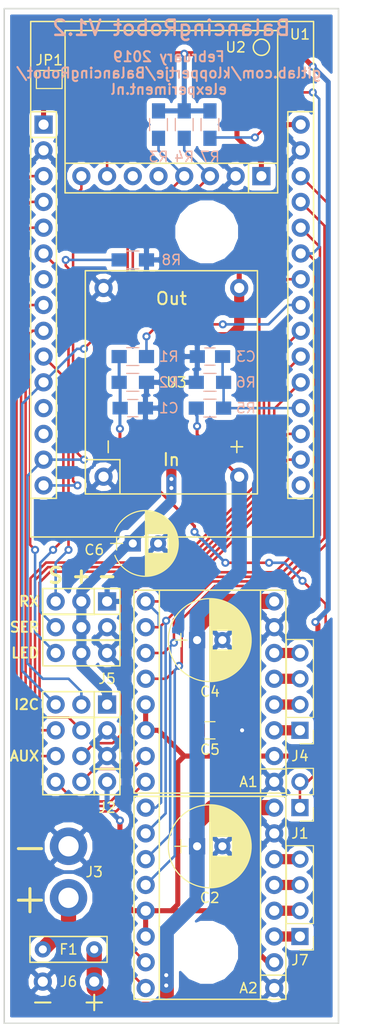
<source format=kicad_pcb>
(kicad_pcb (version 20240108) (generator "pcbnew") (generator_version "8.0")
  (layers (0 "F.Cu" signal) (31 "B.Cu" signal) (34 "B.Paste" user) (35 "F.Paste" user) (36 "B.SilkS" user "B.Silkscreen") (37 "F.SilkS" user "F.Silkscreen") (38 "B.Mask" user) (39 "F.Mask" user) (44 "Edge.Cuts" user))
  (net 0 "")
  (net 1 "GND")
  (net 2 "Net-(C1-Pad1)")
  (net 3 "+24V")
  (net 4 "/BATT_VOLT")
  (net 5 "VCC")
  (net 6 "/LED_DATA")
  (net 7 "Net-(A1-Pad6)")
  (net 8 "Net-(A1-Pad5)")
  (net 9 "Net-(A1-Pad3)")
  (net 10 "Net-(A1-Pad4)")
  (net 11 "/IBUS_RX")
  (net 12 "/SERVO_PWM")
  (net 13 "Net-(A2-Pad4)")
  (net 14 "Net-(A2-Pad3)")
  (net 15 "Net-(A2-Pad5)")
  (net 16 "Net-(A2-Pad6)")
  (net 17 "Net-(JP1-Pad2)")
  (net 18 "/DAC1")
  (net 19 "/IMU_SDA")
  (net 20 "/IMU_SCL")
  (net 21 "/motAStp")
  (net 22 "/motADir")
  (net 23 "/motBStp")
  (net 24 "Net-(U1-Pad7)")
  (net 25 "/motBDir")
  (net 26 "Net-(U1-Pad12)")
  (net 27 "Net-(U1-Pad13)")
  (net 28 "/IMU_INT")
  (net 29 "Net-(U1-Pad16)")
  (net 30 "/uStep2")
  (net 31 "/uStep1")
  (net 32 "/uStep0")
  (net 33 "/motEn")
  (net 34 "+5V")
  (net 35 "Net-(U2-Pad5)")
  (net 36 "Net-(U2-Pad6)")
  (net 37 "Net-(F1-Pad2)")
  (net 38 "/AUX1")
  (net 39 "/AUX2")
  (net 40 "/AUX3")
  (net 41 "/AUX4")
  (net 42 "/AUX5")
  (net 43 "/AUX6")
  (footprint "Socket_Strips:Socket_Strip_Straight_1x04_Pitch2.54mm" (layer "F.Cu") (at 120.65 124.46 180)
    (property "Reference" "J7")
    (property "Value" "Conn_01x04_Female")
  )
  (footprint "mylib:buck-converter-adj" (layer "F.Cu") (at 107.95 69.85 90)
    (property "Reference" "U3")
    (property "Value" "buckConverter-adj")
  )
  (footprint "Connectors:GS2" (layer "F.Cu") (at 95.885 40.005 90)
    (property "Reference" "JP1")
    (property "Value" "Jumper")
  )
  (footprint "Capacitors_THT:CP_Radial_D8.0mm_P2.50mm" (layer "F.Cu") (at 110.49 95.25)
    (property "Reference" "C4")
    (property "Value" "100u")
  )
  (footprint "Capacitors_THT:CP_Radial_D8.0mm_P2.50mm" (layer "F.Cu") (at 110.49 115.57)
    (property "Reference" "C2")
    (property "Value" "100u")
  )
  (footprint "mylib:MPU6050-breakout-angledHeader" (layer "F.Cu") (at 107.95 43.18 -90)
    (property "Reference" "U2")
    (property "Value" "MPU6050-breakout" (hide yes))
  )
  (footprint "Mounting_Holes:MountingHole_3.2mm_M3_DIN965" (layer "F.Cu") (at 111.44 126.02)
    (property "Reference" "REF**" (hide yes))
    (property "Value" "MountingHole_3.2mm_M3_DIN965")
  )
  (footprint "mylib:DRV8825-breakout" (layer "F.Cu") (at 111.76 100.33 180)
    (property "Reference" "A1")
    (property "Value" "Pololu_Breakout_DRV8825")
  )
  (footprint "mylib:DRV8825-breakout" (layer "F.Cu") (at 111.76 120.65 180)
    (property "Reference" "A2")
    (property "Value" "Pololu_Breakout_DRV8825")
  )
  (footprint "mylib:ESP32-devkit-30p" (layer "F.Cu") (at 108.025001 62.23)
    (property "Reference" "U1")
    (property "Value" "ESP32-devKit")
  )
  (footprint "Mounting_Holes:MountingHole_3.2mm_M3_DIN965" (layer "F.Cu") (at 111.44 55.02)
    (property "Reference" "REF**" (hide yes))
    (property "Value" "MountingHole_3.2mm_M3_DIN965")
  )
  (footprint "mylib:pinHeader_3x4" (layer "F.Cu") (at 99.06 105.41 -90)
    (property "Reference" "J2")
    (property "Value" "conn_3x4" (hide yes))
  )
  (footprint "Socket_Strips:Socket_Strip_Straight_1x02_Pitch2.54mm" (layer "F.Cu") (at 120.65 111.76 180)
    (property "Reference" "J1")
    (property "Value" "Conn_01x02_Female")
  )
  (footprint "Capacitors_SMD:C_0805_HandSoldering" (layer "F.Cu") (at 111.76 104.14)
    (property "Reference" "C5")
    (property "Value" "100n")
  )
  (footprint "mylib:pinHeader_3x3" (layer "F.Cu") (at 99.06 93.98 -90)
    (property "Reference" "J5")
    (property "Value" "conn_3x3" (hide yes))
  )
  (footprint "Socket_Strips:Socket_Strip_Straight_1x04_Pitch2.54mm" (layer "F.Cu") (at 120.65 104.14 180)
    (property "Reference" "J4")
    (property "Value" "Conn_01x04_Female")
  )
  (footprint "Capacitors_THT:CP_Radial_D6.3mm_P2.50mm" (layer "F.Cu") (at 104.14 85.725)
    (property "Reference" "C6")
    (property "Value" "470u")
  )
  (footprint "mylib:pinHeader_2x1_5.08mm" (layer "F.Cu") (at 97.79 128.905 180)
    (property "Reference" "J6")
    (property "Value" "Conn_01x02_Male")
  )
  (footprint "mylib:polyfuse-5.08mm" (layer "F.Cu") (at 97.79 125.73 180)
    (property "Reference" "F1")
    (property "Value" "Polyfuse" (hide yes))
  )
  (footprint "mylib:wirePad-2x-2mm" (layer "F.Cu") (at 97.79 118.11 90)
    (property "Reference" "J3")
    (property "Value" "Conn_01x02_Male" (hide yes))
  )
  (footprint "Capacitors_SMD:C_0805_HandSoldering" (layer "B.Cu") (at 104.14 72.39)
    (property "Reference" "C1")
    (property "Value" "1u")
  )
  (footprint "Capacitors_SMD:C_0805_HandSoldering" (layer "B.Cu") (at 111.76 67.31 180)
    (property "Reference" "C3")
    (property "Value" "1u")
  )
  (footprint "Resistors_SMD:R_0805_HandSoldering" (layer "B.Cu") (at 109.22 44.45 -90)
    (property "Reference" "R4")
    (property "Value" "3k3")
  )
  (footprint "Resistors_SMD:R_0805_HandSoldering" (layer "B.Cu") (at 111.76 69.85 180)
    (property "Reference" "R6")
    (property "Value" "3k3")
  )
  (footprint "Resistors_SMD:R_0805_HandSoldering" (layer "B.Cu") (at 104.14 69.85)
    (property "Reference" "R2")
    (property "Value" "3k3")
  )
  (footprint "Resistors_SMD:R_0805_HandSoldering" (layer "B.Cu") (at 104.14 67.31 180)
    (property "Reference" "R1")
    (property "Value" "3k3")
  )
  (footprint "Resistors_SMD:R_0805_HandSoldering" (layer "B.Cu") (at 111.76 72.39)
    (property "Reference" "R5")
    (property "Value" "100k")
  )
  (footprint "Resistors_SMD:R_0805_HandSoldering" (layer "B.Cu") (at 106.68 44.45 -90)
    (property "Reference" "R3")
    (property "Value" "3k3")
  )
  (footprint "Resistors_SMD:R_0805_HandSoldering" (layer "B.Cu") (at 111.76 44.45 -90)
    (property "Reference" "R7")
    (property "Value" "3k3")
  )
  (footprint "Resistors_SMD:R_0805_HandSoldering" (layer "B.Cu") (at 104.14 57.785)
    (property "Reference" "R8")
    (property "Value" "100k")
  )
  (gr_line (start 102.87 95.25) (end 95.25 95.25) (stroke (width 0.2)) (layer "F.SilkS"))
  (gr_line (start 95.25 102.87) (end 100.33 102.87) (stroke (width 0.2)) (layer "F.SilkS"))
  (gr_line (start 100.33 102.87) (end 100.33 110.49) (stroke (width 0.2)) (layer "F.SilkS"))
  (gr_line (start 100.33 107.95) (end 102.87 107.95) (stroke (width 0.2)) (layer "F.SilkS"))
  (gr_line (start 95.25 92.71) (end 100.33 92.71) (stroke (width 0.2)) (layer "F.SilkS"))
  (gr_line (start 91.44 33.02) (end 91.44 133.02) (stroke (width 0.15)) (layer "Edge.Cuts"))
  (gr_line (start 124.46 133.02) (end 124.46 33.02) (stroke (width 0.15)) (layer "Edge.Cuts"))
  (gr_line (start 124.46 33.02) (end 91.44 33.02) (stroke (width 0.15)) (layer "Edge.Cuts"))
  (gr_line (start 91.44 133.02) (end 124.46 133.02) (stroke (width 0.15)) (layer "Edge.Cuts"))
  (gr_text "February 2019\ngitlab.com/kloppertje/BalancingRobot/\nelexperiment.nl" (at 107.696 39.37 0) (layer "B.SilkS") (effects (font (size 1 1) (thickness 0.2)) (justify mirror)))
  (gr_text "BalancingRobot V1.2" (at 107.95 34.925 0) (layer "B.SilkS") (effects (font (size 1.5 1.5) (thickness 0.25)) (justify mirror)))
  (gr_text "S" (at 96.52 88.9 0) (layer "F.SilkS") (effects (font (size 1.5 1.5) (thickness 0.3))))
  (gr_text "-" (at 93.98 115.57 0) (layer "F.SilkS") (effects (font (size 3 3) (thickness 0.3))))
  (gr_text "-" (at 101.6 88.9 0) (layer "F.SilkS") (effects (font (size 1.5 1.5) (thickness 0.3))))
  (gr_text "SER" (at 94.996 93.98 0) (layer "F.SilkS") (effects (font (size 1 1) (thickness 0.2)) (justify right)))
  (gr_text "LED" (at 94.996 96.52 0) (layer "F.SilkS") (effects (font (size 1 1) (thickness 0.2)) (justify right)))
  (gr_text "I2C" (at 94.996 101.6 0) (layer "F.SilkS") (effects (font (size 1 1) (thickness 0.2)) (justify right)))
  (gr_text "AUX" (at 94.996 106.68 0) (layer "F.SilkS") (effects (font (size 1 1) (thickness 0.2)) (justify right)))
  (gr_text "+" (at 99.06 88.9 0) (layer "F.SilkS") (effects (font (size 1.5 1.5) (thickness 0.3))))
  (gr_text "Out" (at 107.95 61.595 0) (layer "F.SilkS") (effects (font (size 1.2 1.2) (thickness 0.2))))
  (gr_text "+" (at 100.33 130.81 0) (layer "F.SilkS") (effects (font (size 2 2) (thickness 0.2))))
  (gr_text "-" (at 95.25 130.81 0) (layer "F.SilkS") (effects (font (size 2 2) (thickness 0.2))))
  (gr_text "In" (at 107.95 77.47 0) (layer "F.SilkS") (effects (font (size 1.2 1.2) (thickness 0.2))))
  (gr_text "+" (at 93.98 120.65 0) (layer "F.SilkS") (effects (font (size 3 3) (thickness 0.3))))
  (gr_text "RX" (at 94.996 91.44 0) (layer "F.SilkS") (effects (font (size 1 1) (thickness 0.2)) (justify right)))
  (segment (start 113.01 104.14) (end 114.935 104.14) (width 0.25) (layer "F.Cu") (net 1))
  (segment (start 113.01 95.27) (end 112.99 95.25) (width 0.25) (layer "F.Cu") (net 1))
  (via (at 114.935 104.14) (size 0.8) (drill 0.4) (layers "F.Cu" "B.Cu") (net 1))
  (segment (start 113.284 87.63) (end 117.602 87.63) (width 0.25) (layer "F.Cu") (net 2))
  (segment (start 123.19 91.694) (end 123.19 107.442) (width 0.25) (layer "F.Cu") (net 2))
  (segment (start 110.236 84.582) (end 110.236 84.016315) (width 0.3) (layer "F.Cu") (net 2))
  (segment (start 123.19 107.442) (end 121.412 109.22) (width 0.25) (layer "F.Cu") (net 2))
  (segment (start 121.412 109.22) (end 120.65 109.22) (width 0.25) (layer "F.Cu") (net 2))
  (segment (start 102.87 76.650315) (end 102.87 74.422) (width 0.3) (layer "F.Cu") (net 2))
  (segment (start 110.236 84.016315) (end 102.87 76.650315) (width 0.3) (layer "F.Cu") (net 2))
  (segment (start 120.904 89.408) (end 123.19 91.694) (width 0.25) (layer "F.Cu") (net 2))
  (segment (start 120.65 111.76) (end 120.65 109.22) (width 0.25) (layer "F.Cu") (net 2))
  (via (at 113.284 87.63) (size 0.8) (drill 0.4) (layers "F.Cu" "B.Cu") (net 2))
  (via (at 117.602 87.63) (size 0.8) (drill 0.4) (layers "F.Cu" "B.Cu") (net 2))
  (via (at 102.87 74.422) (size 0.8) (drill 0.4) (layers "F.Cu" "B.Cu") (net 2))
  (via (at 120.904 89.408) (size 0.8) (drill 0.4) (layers "F.Cu" "B.Cu") (net 2))
  (via (at 110.236 84.582) (size 0.8) (drill 0.4) (layers "F.Cu" "B.Cu") (net 2))
  (segment (start 102.89 69.95) (end 102.79 69.85) (width 0.3) (layer "B.Cu") (net 2))
  (segment (start 113.284 87.63) (end 110.236 84.582) (width 0.3) (layer "B.Cu") (net 2))
  (segment (start 117.602 87.63) (end 118.11 87.63) (width 0.25) (layer "B.Cu") (net 2))
  (segment (start 120.65 89.154) (end 120.904 89.408) (width 0.25) (layer "B.Cu") (net 2))
  (segment (start 102.87 74.422) (end 102.87 72.41) (width 0.3) (layer "B.Cu") (net 2))
  (segment (start 102.89 72.39) (end 102.89 69.95) (width 0.3) (layer "B.Cu") (net 2))
  (segment (start 119.126 87.63) (end 120.65 89.154) (width 0.25) (layer "B.Cu") (net 2))
  (segment (start 102.79 69.85) (end 102.79 67.31) (width 0.3) (layer "B.Cu") (net 2))
  (segment (start 118.11 87.63) (end 119.126 87.63) (width 0.25) (layer "B.Cu") (net 2))
  (segment (start 102.87 72.41) (end 102.89 72.39) (width 0.3) (layer "B.Cu") (net 2))
  (segment (start 100.33 128.905) (end 100.33 125.73) (width 1.5) (layer "F.Cu") (net 3))
  (segment (start 102.4255 131.6355) (end 100.33 129.54) (width 1.5) (layer "F.Cu") (net 3))
  (segment (start 110.49 115.57) (end 110.49 113.27) (width 1.5) (layer "F.Cu") (net 3))
  (segment (start 100.33 129.54) (end 100.33 128.905) (width 1.5) (layer "F.Cu") (net 3))
  (segment (start 107.442 130.81) (end 106.6165 131.6355) (width 1.5) (layer "F.Cu") (net 3))
  (segment (start 110.49 113.27) (end 112 111.76) (width 1.5) (layer "F.Cu") (net 3))
  (segment (start 106.6165 131.6355) (end 102.4255 131.6355) (width 1.5) (layer "F.Cu") (net 3))
  (segment (start 113.03 91.44) (end 118.11 91.44) (width 1.5) (layer "F.Cu") (net 3))
  (segment (start 110.49 93.98) (end 113.03 91.44) (width 1.5) (layer "F.Cu") (net 3))
  (segment (start 112 111.76) (end 118.11 111.76) (width 1.5) (layer "F.Cu") (net 3))
  (segment (start 107.442 129.286) (end 107.442 130.81) (width 1.5) (layer "F.Cu") (net 3))
  (segment (start 110.49 74.99) (end 114.65 79.15) (width 0.3) (layer "F.Cu") (net 3))
  (segment (start 110.49 95.25) (end 110.49 93.98) (width 1.5) (layer "F.Cu") (net 3))
  (segment (start 110.49 74.168) (end 110.49 74.99) (width 0.3) (layer "F.Cu") (net 3))
  (via (at 110.49 74.168) (size 0.8) (drill 0.4) (layers "F.Cu" "B.Cu") (net 3))
  (via (at 107.442 129.286) (size 0.8) (drill 0.4) (layers "F.Cu" "B.Cu") (net 3))
  (via (at 107.442 128.27) (size 0.8) (drill 0.4) (layers "F.Cu" "B.Cu") (net 3))
  (segment (start 110.41 72.39) (end 110.41 73.072) (width 0.3) (layer "B.Cu") (net 3))
  (segment (start 107.442 128.27) (end 107.442 129.286) (width 1.5) (layer "B.Cu") (net 3))
  (segment (start 110.49 115.57) (end 110.49 95.25) (width 1.5) (layer "B.Cu") (net 3))
  (segment (start 110.49 120.904) (end 110.49 115.57) (width 1.5) (layer "B.Cu") (net 3))
  (segment (start 107.442 123.952) (end 110.49 120.904) (width 1.5) (layer "B.Cu") (net 3))
  (segment (start 110.49 92.71) (end 114.65 88.55) (width 1.5) (layer "B.Cu") (net 3))
  (segment (start 107.442 128.27) (end 107.442 123.952) (width 1.5) (layer "B.Cu") (net 3))
  (segment (start 110.49 95.25) (end 110.49 92.71) (width 1.5) (layer "B.Cu") (net 3))
  (segment (start 110.41 73.072) (end 110.49 73.152) (width 0.3) (layer "B.Cu") (net 3))
  (segment (start 110.49 73.152) (end 110.49 74.168) (width 0.3) (layer "B.Cu") (net 3))
  (segment (start 114.65 88.55) (end 114.65 79.15) (width 1.5) (layer "B.Cu") (net 3))
  (segment (start 113.01 67.31) (end 113.01 69.75) (width 0.25) (layer "B.Cu") (net 4))
  (segment (start 113.11 71.49) (end 113.11 69.85) (width 0.25) (layer "B.Cu") (net 4))
  (segment (start 113.11 72.39) (end 113.11 71.49) (width 0.25) (layer "B.Cu") (net 4))
  (segment (start 113.01 69.75) (end 113.11 69.85) (width 0.25) (layer "B.Cu") (net 4))
  (segment (start 113.11 72.39) (end 120.725001 72.39) (width 0.25) (layer "B.Cu") (net 4))
  (segment (start 122.428 105.664) (end 122.428 94.16699) (width 0.5) (layer "F.Cu") (net 5))
  (segment (start 118.11 106.68) (end 121.412 106.68) (width 0.5) (layer "F.Cu") (net 5))
  (segment (start 95.885 37.465) (end 109.22 37.465) (width 0.5) (layer "F.Cu") (net 5))
  (segment (start 108.585 107.315) (end 108.585 121.285) (width 0.5) (layer "F.Cu") (net 5))
  (segment (start 95.25 38.1) (end 95.885 37.465) (width 0.5) (layer "F.Cu") (net 5))
  (segment (start 116.205 125.73) (end 116.205 123.19) (width 0.5) (layer "F.Cu") (net 5))
  (segment (start 122.428 94.16699) (end 122.428 93.726) (width 0.5) (layer "F.Cu") (net 5))
  (segment (start 118.11 106.68) (end 110.49 106.68) (width 0.5) (layer "F.Cu") (net 5))
  (segment (start 105.41 104.14) (end 105.41 101.6) (width 0.5) (layer "F.Cu") (net 5))
  (segment (start 108.585 106.045) (end 108.585 106.042208) (width 0.5) (layer "F.Cu") (net 5))
  (segment (start 120.65 37.465) (end 121.92 38.735) (width 0.5) (layer "F.Cu") (net 5))
  (segment (start 116.84 48.13) (end 114.43 45.72) (width 0.5) (layer "F.Cu") (net 5))
  (segment (start 105.41 104.14) (end 106.682792 104.14) (width 0.5) (layer "F.Cu") (net 5))
  (segment (start 116.84 37.465) (end 120.65 37.465) (width 0.5) (layer "F.Cu") (net 5))
  (segment (start 102.87 120.65) (end 104.14 121.92) (width 0.5) (layer "F.Cu") (net 5))
  (segment (start 95.245 38.87) (end 95.25 38.865) (width 0.5) (layer "F.Cu") (net 5))
  (segment (start 122.428 94.16699) (end 122.428 94.742) (width 0.5) (layer "F.Cu") (net 5))
  (segment (start 110.51 106.66) (end 110.49 106.68) (width 0.5) (layer "F.Cu") (net 5))
  (segment (start 121.412 106.68) (end 122.428 105.664) (width 0.5) (layer "F.Cu") (net 5))
  (segment (start 104.14 121.92) (end 105.41 121.92) (width 0.5) (layer "F.Cu") (net 5))
  (segment (start 107.95 121.92) (end 105.41 121.92) (width 0.5) (layer "F.Cu") (net 5))
  (segment (start 114.43 45.72) (end 114.43 37.595) (width 0.5) (layer "F.Cu") (net 5))
  (segment (start 109.22 106.68) (end 108.585 107.315) (width 0.5) (layer "F.Cu") (net 5))
  (segment (start 116.84 49.53) (end 116.84 48.13) (width 0.5) (layer "F.Cu") (net 5))
  (segment (start 105.41 124.46) (end 105.41 121.92) (width 0.5) (layer "F.Cu") (net 5))
  (segment (start 110.51 104.14) (end 110.51 106.66) (width 0.5) (layer "F.Cu") (net 5))
  (segment (start 109.22 106.68) (end 108.585 106.045) (width 0.5) (layer "F.Cu") (net 5))
  (segment (start 108.585 121.285) (end 107.95 121.92) (width 0.5) (layer "F.Cu") (net 5))
  (segment (start 109.22 37.465) (end 114.3 37.465) (width 0.5) (layer "F.Cu") (net 5))
  (segment (start 110.49 106.68) (end 109.22 106.68) (width 0.5) (layer "F.Cu") (net 5))
  (segment (start 116.205 123.19) (end 114.935 121.92) (width 0.5) (layer "F.Cu") (net 5))
  (segment (start 95.245 40.005) (end 95.245 38.87) (width 0.5) (layer "F.Cu") (net 5))
  (segment (start 102.87 113.03) (end 102.87 120.65) (width 0.5) (layer "F.Cu") (net 5))
  (segment (start 118.11 127) (end 117.475 127) (width 0.5) (layer "F.Cu") (net 5))
  (segment (start 108.204 121.92) (end 107.95 121.92) (width 0.5) (layer "F.Cu") (net 5))
  (segment (start 108.585 106.042208) (end 106.682792 104.14) (width 0.5) (layer "F.Cu") (net 5))
  (segment (start 114.935 121.92) (end 108.204 121.92) (width 0.5) (layer "F.Cu") (net 5))
  (segment (start 122.428 93.726) (end 122.174 93.472) (width 0.5) (layer "F.Cu") (net 5))
  (segment (start 95.325001 40.085001) (end 95.245 40.005) (width 0.5) (layer "F.Cu") (net 5))
  (segment (start 95.25 38.865) (end 95.25 38.1) (width 0.5) (layer "F.Cu") (net 5))
  (segment (start 117.475 127) (end 116.205 125.73) (width 0.5) (layer "F.Cu") (net 5))
  (segment (start 114.43 37.595) (end 114.3 37.465) (width 0.5) (layer "F.Cu") (net 5))
  (segment (start 95.325001 44.45) (end 95.325001 40.085001) (width 0.5) (layer "F.Cu") (net 5))
  (segment (start 114.3 37.465) (end 116.84 37.465) (width 0.5) (layer "F.Cu") (net 5))
  (via (at 122.174 93.472) (size 0.8) (drill 0.4) (layers "F.Cu" "B.Cu") (net 5))
  (via (at 109.22 37.465) (size 0.8) (drill 0.4) (layers "F.Cu" "B.Cu") (net 5))
  (via (at 102.87 113.03) (size 0.8) (drill 0.4) (layers "F.Cu" "B.Cu") (net 5))
  (via (at 121.92 38.735) (size 0.8) (drill 0.4) (layers "F.Cu" "B.Cu") (net 5))
  (segment (start 101.6 109.22) (end 101.6 111.76) (width 0.5) (layer "B.Cu") (net 5))
  (segment (start 122.573999 93.072001) (end 122.174 93.472) (width 0.5) (layer "B.Cu") (net 5))
  (segment (start 109.22 43.1) (end 111.76 43.1) (width 0.5) (layer "B.Cu") (net 5))
  (segment (start 109.22 41.83) (end 109.22 37.465) (width 0.5) (layer "B.Cu") (net 5))
  (segment (start 123.444 40.259) (end 123.444 92.202) (width 0.5) (layer "B.Cu") (net 5))
  (segment (start 123.444 92.202) (end 122.573999 93.072001) (width 0.5) (layer "B.Cu") (net 5))
  (segment (start 101.6 111.76) (end 102.87 113.03) (width 0.5) (layer "B.Cu") (net 5))
  (segment (start 121.92 38.735) (end 123.444 40.259) (width 0.5) (layer "B.Cu") (net 5))
  (segment (start 109.22 41.83) (end 109.22 43.1) (width 0.5) (layer "B.Cu") (net 5))
  (segment (start 109.22 43.1) (end 106.68 43.1) (width 0.5) (layer "B.Cu") (net 5))
  (segment (start 94.00204 85.87404) (end 94.488 86.36) (width 0.25) (layer "F.Cu") (net 6))
  (segment (start 94.00204 65.00196) (end 94.00204 85.87404) (width 0.25) (layer "F.Cu") (net 6))
  (segment (start 95.325001 64.77) (end 94.234 64.77) (width 0.25) (layer "F.Cu") (net 6))
  (segment (start 94.234 64.77) (end 94.00204 65.00196) (width 0.25) (layer "F.Cu") (net 6))
  (via (at 94.488 86.36) (size 0.8) (drill 0.4) (layers "F.Cu" "B.Cu") (net 6))
  (segment (start 94.488 94.488) (end 96.52 96.52) (width 0.25) (layer "B.Cu") (net 6))
  (segment (start 94.488 86.36) (end 94.488 94.488) (width 0.25) (layer "B.Cu") (net 6))
  (segment (start 118.11 96.52) (end 120.65 96.52) (width 1) (layer "F.Cu") (net 7))
  (segment (start 118.11 99.06) (end 120.65 99.06) (width 1) (layer "F.Cu") (net 8))
  (segment (start 118.11 104.14) (end 120.65 104.14) (width 1) (layer "F.Cu") (net 9))
  (segment (start 118.11 101.6) (end 120.65 101.6) (width 1) (layer "F.Cu") (net 10))
  (segment (start 97.79 59.614999) (end 95.325001 57.15) (width 0.25) (layer "F.Cu") (net 11))
  (segment (start 97.51501 58.350685) (end 97.79 58.625675) (width 0.25) (layer "F.Cu") (net 11))
  (segment (start 97.79 86.36) (end 97.79 59.614999) (width 0.25) (layer "F.Cu") (net 11))
  (segment (start 97.51501 57.785) (end 97.51501 58.350685) (width 0.25) (layer "F.Cu") (net 11))
  (segment (start 97.79 58.625675) (end 97.79 59.614999) (width 0.25) (layer "F.Cu") (net 11))
  (via (at 97.79 86.36) (size 0.8) (drill 0.4) (layers "F.Cu" "B.Cu") (net 11))
  (via (at 97.51501 57.785) (size 0.8) (drill 0.4) (layers "F.Cu" "B.Cu") (net 11))
  (segment (start 96.52 87.63) (end 97.79 86.36) (width 0.25) (layer "B.Cu") (net 11))
  (segment (start 102.79 57.785) (end 101.79 57.785) (width 0.25) (layer "B.Cu") (net 11))
  (segment (start 101.79 57.785) (end 97.51501 57.785) (width 0.25) (layer "B.Cu") (net 11))
  (segment (start 96.52 91.44) (end 96.52 87.63) (width 0.25) (layer "B.Cu") (net 11))
  (segment (start 97.282 85.344) (end 97.282 69.266999) (width 0.25) (layer "F.Cu") (net 12))
  (segment (start 96.266 86.36) (end 97.282 85.344) (width 0.25) (layer "F.Cu") (net 12))
  (segment (start 97.282 69.266999) (end 95.325001 67.31) (width 0.25) (layer "F.Cu") (net 12))
  (via (at 96.266 86.36) (size 0.8) (drill 0.4) (layers "F.Cu" "B.Cu") (net 12))
  (segment (start 94.996 87.63) (end 96.266 86.36) (width 0.25) (layer "B.Cu") (net 12))
  (segment (start 94.996 88.080998) (end 94.996 87.884) (width 0.25) (layer "B.Cu") (net 12))
  (segment (start 96.52 93.98) (end 95.620001 93.080001) (width 0.25) (layer "B.Cu") (net 12))
  (segment (start 94.996 92.456) (end 94.996 88.080998) (width 0.25) (layer "B.Cu") (net 12))
  (segment (start 94.996 87.884) (end 94.996 87.63) (width 0.25) (layer "B.Cu") (net 12))
  (segment (start 95.620001 93.080001) (end 94.996 92.456) (width 0.25) (layer "B.Cu") (net 12))
  (segment (start 118.11 121.92) (end 120.65 121.92) (width 1) (layer "F.Cu") (net 13))
  (segment (start 118.11 124.46) (end 120.65 124.46) (width 1) (layer "F.Cu") (net 14))
  (segment (start 118.11 119.38) (end 120.65 119.38) (width 1) (layer "F.Cu") (net 15))
  (segment (start 118.11 116.84) (end 120.65 116.84) (width 1) (layer "F.Cu") (net 16))
  (segment (start 97.26 40.005) (end 101.6 44.345) (width 0.25) (layer "F.Cu") (net 17))
  (segment (start 101.6 44.345) (end 101.6 48.257208) (width 0.25) (layer "F.Cu") (net 17))
  (segment (start 96.525 40.005) (end 97.26 40.005) (width 0.25) (layer "F.Cu") (net 17))
  (segment (start 101.6 48.257208) (end 101.6 49.53) (width 0.25) (layer "F.Cu") (net 17))
  (segment (start 106.68 64.135) (end 113.03 64.135) (width 0.25) (layer "F.Cu") (net 18))
  (segment (start 105.49 65.325) (end 106.68 64.135) (width 0.25) (layer "F.Cu") (net 18))
  (via (at 113.03 64.135) (size 0.8) (drill 0.4) (layers "F.Cu" "B.Cu") (net 18))
  (via (at 105.49 65.325) (size 0.8) (drill 0.4) (layers "F.Cu" "B.Cu") (net 18))
  (segment (start 113.03 64.135) (end 117.547209 64.135) (width 0.25) (layer "B.Cu") (net 18))
  (segment (start 119.452209 62.23) (end 120.725001 62.23) (width 0.25) (layer "B.Cu") (net 18))
  (segment (start 117.547209 64.135) (end 119.452209 62.23) (width 0.25) (layer "B.Cu") (net 18))
  (segment (start 105.49 65.325) (end 105.49 67.31) (width 0.25) (layer "B.Cu") (net 18))
  (segment (start 103.632 62.23) (end 99.314 66.548) (width 0.25) (layer "F.Cu") (net 19))
  (segment (start 109.22 49.53) (end 105.918 52.832) (width 0.25) (layer "F.Cu") (net 19))
  (segment (start 103.632 55.118) (end 103.632 62.23) (width 0.25) (layer "F.Cu") (net 19))
  (segment (start 105.918 52.832) (end 103.632 55.118) (width 0.25) (layer "F.Cu") (net 19))
  (via (at 99.314 66.548) (size 0.8) (drill 0.4) (layers "F.Cu" "B.Cu") (net 19))
  (segment (start 106.68 46.99) (end 109.22 49.53) (width 0.25) (layer "B.Cu") (net 19))
  (segment (start 96.52 101.6) (end 93.218 98.298) (width 0.25) (layer "B.Cu") (net 19))
  (segment (start 95.325001 69.85) (end 98.627001 66.548) (width 0.25) (layer "B.Cu") (net 19))
  (segment (start 106.68 45.8) (end 106.68 46.99) (width 0.25) (layer "B.Cu") (net 19))
  (segment (start 93.218 71.957001) (end 95.325001 69.85) (width 0.25) (layer "B.Cu") (net 19))
  (segment (start 98.627001 66.548) (end 99.314 66.548) (width 0.25) (layer "B.Cu") (net 19))
  (segment (start 93.218 98.298) (end 93.218 71.957001) (width 0.25) (layer "B.Cu") (net 19))
  (segment (start 108.458 51.308) (end 109.982 51.308) (width 0.25) (layer "F.Cu") (net 20))
  (segment (start 98.69002 76.84602) (end 98.69002 68.69598) (width 0.25) (layer "F.Cu") (net 20))
  (segment (start 100.33 66.294) (end 104.14 62.484) (width 0.25) (layer "F.Cu") (net 20))
  (segment (start 100.33 67.056) (end 100.33 66.294) (width 0.25) (layer "F.Cu") (net 20))
  (segment (start 104.14 55.626) (end 108.458 51.308) (width 0.25) (layer "F.Cu") (net 20))
  (segment (start 98.69002 68.69598) (end 100.33 67.056) (width 0.25) (layer "F.Cu") (net 20))
  (segment (start 99.314 77.47) (end 98.69002 76.84602) (width 0.25) (layer "F.Cu") (net 20))
  (segment (start 109.982 51.308) (end 111.76 49.53) (width 0.25) (layer "F.Cu") (net 20))
  (segment (start 104.14 62.484) (end 104.14 55.626) (width 0.25) (layer "F.Cu") (net 20))
  (via (at 99.314 77.47) (size 0.8) (drill 0.4) (layers "F.Cu" "B.Cu") (net 20))
  (segment (start 95.25 99.06) (end 93.726 97.536) (width 0.25) (layer "B.Cu") (net 20))
  (segment (start 93.726 97.536) (end 93.726 79.069001) (width 0.25) (layer "B.Cu") (net 20))
  (segment (start 99.06 77.47) (end 99.314 77.47) (width 0.25) (layer "B.Cu") (net 20))
  (segment (start 93.726 79.069001) (end 95.325001 77.47) (width 0.25) (layer "B.Cu") (net 20))
  (segment (start 109.22 46.99) (end 111.76 49.53) (width 0.25) (layer "B.Cu") (net 20))
  (segment (start 95.325001 77.47) (end 98.806 77.47) (width 0.25) (layer "B.Cu") (net 20))
  (segment (start 98.806 77.47) (end 99.06 77.47) (width 0.25) (layer "B.Cu") (net 20))
  (segment (start 99.06 100.33) (end 97.79 99.06) (width 0.25) (layer "B.Cu") (net 20))
  (segment (start 97.79 99.06) (end 95.25 99.06) (width 0.25) (layer "B.Cu") (net 20))
  (segment (start 109.22 45.8) (end 109.22 46.99) (width 0.25) (layer "B.Cu") (net 20))
  (segment (start 99.06 101.6) (end 99.06 100.33) (width 0.25) (layer "B.Cu") (net 20))
  (segment (start 103.6 110.2) (end 103.6 108.49) (width 0.25) (layer "F.Cu") (net 21))
  (segment (start 95.325001 62.23) (end 94.615 62.23) (width 0.25) (layer "F.Cu") (net 21))
  (segment (start 94.052209 62.23) (end 93.55203 62.730179) (width 0.25) (layer "F.Cu") (net 21))
  (segment (start 103.6 108.49) (end 105.41 106.68) (width 0.25) (layer "F.Cu") (net 21))
  (segment (start 93.55203 62.730179) (end 93.55203 108.4068) (width 0.25) (layer "F.Cu") (net 21))
  (segment (start 102.2 111.6) (end 103.6 110.2) (width 0.25) (layer "F.Cu") (net 21))
  (segment (start 96.74523 111.6) (end 102.2 111.6) (width 0.25) (layer "F.Cu") (net 21))
  (segment (start 95.325001 62.23) (end 95.25 62.23) (width 0.25) (layer "F.Cu") (net 21))
  (segment (start 95.325001 62.23) (end 94.052209 62.23) (width 0.25) (layer "F.Cu") (net 21))
  (segment (start 93.55203 108.4068) (end 96.74523 111.6) (width 0.25) (layer "F.Cu") (net 21))
  (segment (start 93.10202 55.560189) (end 93.10202 108.5932) (width 0.25) (layer "F.Cu") (net 22))
  (segment (start 104.510001 110.119999) (end 105.41 109.22) (width 0.25) (layer "F.Cu") (net 22))
  (segment (start 96.6388 112.12998) (end 102.50002 112.12998) (width 0.25) (layer "F.Cu") (net 22))
  (segment (start 102.50002 112.12998) (end 104.510001 110.119999) (width 0.25) (layer "F.Cu") (net 22))
  (segment (start 94.052209 54.61) (end 93.10202 55.560189) (width 0.25) (layer "F.Cu") (net 22))
  (segment (start 93.10202 108.5932) (end 96.6388 112.12998) (width 0.25) (layer "F.Cu") (net 22))
  (segment (start 95.325001 54.61) (end 94.052209 54.61) (width 0.25) (layer "F.Cu") (net 22))
  (segment (start 101.28801 113.73401) (end 101.28801 122.87801) (width 0.25) (layer "F.Cu") (net 23))
  (segment (start 101.28801 122.87801) (end 104.510001 126.100001) (width 0.25) (layer "F.Cu") (net 23))
  (segment (start 100.13399 112.57999) (end 101.28801 113.73401) (width 0.25) (layer "F.Cu") (net 23))
  (segment (start 92.65201 53.470199) (end 92.65201 108.7796) (width 0.25) (layer "F.Cu") (net 23))
  (segment (start 96.4524 112.57999) (end 100.13399 112.57999) (width 0.25) (layer "F.Cu") (net 23))
  (segment (start 94.052209 52.07) (end 92.65201 53.470199) (width 0.25) (layer "F.Cu") (net 23))
  (segment (start 92.65201 108.7796) (end 96.4524 112.57999) (width 0.25) (layer "F.Cu") (net 23))
  (segment (start 95.325001 52.07) (end 94.052209 52.07) (width 0.25) (layer "F.Cu") (net 23))
  (segment (start 104.510001 126.100001) (end 105.41 127) (width 0.25) (layer "F.Cu") (net 23))
  (segment (start 103.505 127.635) (end 105.41 129.54) (width 0.25) (layer "F.Cu") (net 25))
  (segment (start 103.505 126.365) (end 103.505 127.635) (width 0.25) (layer "F.Cu") (net 25))
  (segment (start 92.202 108.966) (end 96.266 113.03) (width 0.25) (layer "F.Cu") (net 25))
  (segment (start 94.052209 49.53) (end 92.202 51.380209) (width 0.25) (layer "F.Cu") (net 25))
  (segment (start 99.822 113.03) (end 100.838 114.046) (width 0.25) (layer "F.Cu") (net 25))
  (segment (start 96.266 113.03) (end 99.822 113.03) (width 0.25) (layer "F.Cu") (net 25))
  (segment (start 100.838 123.698) (end 103.505 126.365) (width 0.25) (layer "F.Cu") (net 25))
  (segment (start 100.838 114.046) (end 100.838 123.698) (width 0.25) (layer "F.Cu") (net 25))
  (segment (start 95.325001 49.53) (end 94.052209 49.53) (width 0.25) (layer "F.Cu") (net 25))
  (segment (start 92.202 51.380209) (end 92.202 108.966) (width 0.25) (layer "F.Cu") (net 25))
  (segment (start 98.24001 79.57101) (end 98.679 80.01) (width 0.25) (layer "F.Cu") (net 28))
  (segment (start 99.06 49.53) (end 99.06 50.802792) (width 0.25) (layer "F.Cu") (net 28))
  (segment (start 98.24001 51.622782) (end 98.24001 79.57101) (width 0.25) (layer "F.Cu") (net 28))
  (segment (start 99.06 50.802792) (end 98.24001 51.622782) (width 0.25) (layer "F.Cu") (net 28))
  (via (at 98.679 80.01) (size 0.8) (drill 0.4) (layers "F.Cu" "B.Cu") (net 28))
  (segment (start 95.325001 80.01) (end 98.679 80.01) (width 0.25) (layer "B.Cu") (net 28))
  (segment (start 108.712 97.79) (end 108.712 97.79) (width 0.25) (layer "F.Cu") (net 30))
  (segment (start 112.268 89.916) (end 108.966 93.218) (width 0.25) (layer "F.Cu") (net 30))
  (segment (start 107.442 99.06) (end 105.41 99.06) (width 0.25) (layer "F.Cu") (net 30))
  (segment (start 123.524029 52.329028) (end 123.52403 60.706) (width 0.25) (layer "F.Cu") (net 30))
  (segment (start 123.52403 85.51797) (end 119.126 89.916) (width 0.25) (layer "F.Cu") (net 30))
  (segment (start 108.712 97.79) (end 108.966 97.536) (width 0.25) (layer "F.Cu") (net 30))
  (segment (start 119.126 89.916) (end 112.268 89.916) (width 0.25) (layer "F.Cu") (net 30))
  (segment (start 123.52403 60.706) (end 123.52403 85.51797) (width 0.25) (layer "F.Cu") (net 30))
  (segment (start 108.712 97.79) (end 107.442 99.06) (width 0.25) (layer "F.Cu") (net 30))
  (segment (start 120.725001 49.53) (end 123.524029 52.329028) (width 0.25) (layer "F.Cu") (net 30))
  (segment (start 108.966 97.536) (end 108.966 93.218) (width 0.25) (layer "F.Cu") (net 30))
  (via (at 108.712 97.79) (size 0.8) (drill 0.4) (layers "F.Cu" "B.Cu") (net 30))
  (segment (start 105.41 119.38) (end 107.95 116.84) (width 0.25) (layer "B.Cu") (net 30))
  (segment (start 108.28403 98.21797) (end 108.712 97.79) (width 0.25) (layer "B.Cu") (net 30))
  (segment (start 107.95 116.84) (end 108.28403 116.50597) (width 0.25) (layer "B.Cu") (net 30))
  (segment (start 108.28403 114.60238) (end 108.28403 98.21797) (width 0.25) (layer "B.Cu") (net 30))
  (segment (start 108.28403 116.50597) (end 108.28403 114.60238) (width 0.25) (layer "B.Cu") (net 30))
  (segment (start 107.95 95.758) (end 107.188 96.52) (width 0.25) (layer "F.Cu") (net 31))
  (segment (start 108.077 95.631) (end 107.95 95.758) (width 0.25) (layer "F.Cu") (net 31))
  (segment (start 108.204 95.504) (end 108.077 95.631) (width 0.25) (layer "F.Cu") (net 31))
  (segment (start 120.725001 52.07) (end 123.07402 54.419019) (width 0.25) (layer "F.Cu") (net 31))
  (segment (start 118.81401 89.46599) (end 111.95601 89.46599) (width 0.25) (layer "F.Cu") (net 31))
  (segment (start 108.204 93.218) (end 108.204 95.504) (width 0.25) (layer "F.Cu") (net 31))
  (segment (start 111.95601 89.46599) (end 108.204 93.218) (width 0.25) (layer "F.Cu") (net 31))
  (segment (start 123.07402 54.419019) (end 123.07402 85.20598) (width 0.25) (layer "F.Cu") (net 31))
  (segment (start 123.07402 85.20598) (end 118.81401 89.46599) (width 0.25) (layer "F.Cu") (net 31))
  (segment (start 107.188 96.52) (end 105.41 96.52) (width 0.25) (layer "F.Cu") (net 31))
  (segment (start 108.204 95.504) (end 108.204 95.504) (width 0.25) (layer "F.Cu") (net 31))
  (via (at 108.204 95.504) (size 0.8) (drill 0.4) (layers "F.Cu" "B.Cu") (net 31))
  (segment (start 107.83402 95.87398) (end 108.077 95.631) (width 0.25) (layer "B.Cu") (net 31))
  (segment (start 107.83402 114.41598) (end 107.83402 95.87398) (width 0.25) (layer "B.Cu") (net 31))
  (segment (start 105.41 116.84) (end 107.83402 114.41598) (width 0.25) (layer "B.Cu") (net 31))
  (segment (start 107.4293 93.345) (end 106.7943 93.98) (width 0.25) (layer "F.Cu") (net 32))
  (segment (start 122.62401 84.89399) (end 118.50202 89.01598) (width 0.25) (layer "F.Cu") (net 32))
  (segment (start 122.62401 56.509009) (end 122.62401 84.89399) (width 0.25) (layer "F.Cu") (net 32))
  (segment (start 106.7943 93.98) (end 105.41 93.98) (width 0.25) (layer "F.Cu") (net 32))
  (segment (start 120.725001 54.61) (end 122.62401 56.509009) (width 0.25) (layer "F.Cu") (net 32))
  (segment (start 118.50202 89.01598) (end 111.75832 89.01598) (width 0.25) (layer "F.Cu") (net 32))
  (segment (start 111.75832 89.01598) (end 107.4293 93.345) (width 0.25) (layer "F.Cu") (net 32))
  (via (at 107.4293 93.345) (size 0.8) (drill 0.4) (layers "F.Cu" "B.Cu") (net 32))
  (segment (start 107.38401 108.966) (end 107.38401 93.52999) (width 0.25) (layer "B.Cu") (net 32))
  (segment (start 107.38401 112.32599) (end 107.38401 110.1684) (width 0.25) (layer "B.Cu") (net 32))
  (segment (start 106.309999 113.400001) (end 107.38401 112.32599) (width 0.25) (layer "B.Cu") (net 32))
  (segment (start 107.38401 110.1684) (end 107.38401 108.966) (width 0.25) (layer "B.Cu") (net 32))
  (segment (start 105.41 114.3) (end 106.309999 113.400001) (width 0.25) (layer "B.Cu") (net 32))
  (segment (start 111.571919 88.565971) (end 108.69789 91.44) (width 0.25) (layer "F.Cu") (net 33))
  (segment (start 118.19003 88.56597) (end 111.571919 88.565971) (width 0.25) (layer "F.Cu") (net 33))
  (segment (start 122.174 84.582) (end 118.19003 88.56597) (width 0.25) (layer "F.Cu") (net 33))
  (segment (start 120.725001 57.15) (end 121.412 57.15) (width 0.25) (layer "F.Cu") (net 33))
  (segment (start 108.69789 91.44) (end 105.41 91.44) (width 0.25) (layer "F.Cu") (net 33))
  (segment (start 120.65 41.275) (end 116.205 45.72) (width 0.25) (layer "F.Cu") (net 33))
  (segment (start 121.92 41.275) (end 120.65 41.275) (width 0.25) (layer "F.Cu") (net 33))
  (segment (start 121.412 57.15) (end 122.174 57.912) (width 0.25) (layer "F.Cu") (net 33))
  (segment (start 122.174 57.912) (end 122.174 84.582) (width 0.25) (layer "F.Cu") (net 33))
  (via (at 121.92 41.275) (size 0.8) (drill 0.4) (layers "F.Cu" "B.Cu") (net 33))
  (via (at 116.205 45.72) (size 0.8) (drill 0.4) (layers "F.Cu" "B.Cu") (net 33))
  (segment (start 120.725001 57.15) (end 121.92 57.15) (width 0.25) (layer "B.Cu") (net 33))
  (segment (start 105.41 111.76) (end 106.426 111.76) (width 0.25) (layer "B.Cu") (net 33))
  (segment (start 121.92 57.15) (end 122.555 56.515) (width 0.25) (layer "B.Cu") (net 33))
  (segment (start 122.555 41.91) (end 121.92 41.275) (width 0.25) (layer "B.Cu") (net 33))
  (segment (start 106.309999 92.339999) (end 105.41 91.44) (width 0.25) (layer "B.Cu") (net 33))
  (segment (start 106.934 111.252) (end 106.934 93.98) (width 0.25) (layer "B.Cu") (net 33))
  (segment (start 116.205 45.72) (end 111.84 45.72) (width 0.25) (layer "B.Cu") (net 33))
  (segment (start 106.704299 93.750299) (end 106.704299 92.734299) (width 0.25) (layer "B.Cu") (net 33))
  (segment (start 122.555 56.515) (end 122.555 42.545) (width 0.25) (layer "B.Cu") (net 33))
  (segment (start 111.84 45.72) (end 111.76 45.8) (width 0.25) (layer "B.Cu") (net 33))
  (segment (start 106.934 93.98) (end 106.704299 93.750299) (width 0.25) (layer "B.Cu") (net 33))
  (segment (start 122.555 42.545) (end 122.555 41.91) (width 0.25) (layer "B.Cu") (net 33))
  (segment (start 106.426 111.76) (end 106.934 111.252) (width 0.25) (layer "B.Cu") (net 33))
  (segment (start 106.704299 92.734299) (end 106.309999 92.339999) (width 0.25) (layer "B.Cu") (net 33))
  (segment (start 107.95 78.105) (end 107.95 66.675) (width 1) (layer "F.Cu") (net 34))
  (segment (start 114.65 64.42) (end 113.665 65.405) (width 1) (layer "F.Cu") (net 34))
  (segment (start 109.22 65.405) (end 113.665 65.405) (width 1) (layer "F.Cu") (net 34))
  (segment (start 120.725001 44.45) (end 119.38 44.45) (width 0.5) (layer "F.Cu") (net 34))
  (segment (start 107.95 79.375) (end 107.95 80.264) (width 1) (layer "F.Cu") (net 34))
  (segment (start 114.65 60.55) (end 114.65 64.42) (width 1) (layer "F.Cu") (net 34))
  (segment (start 119.38 44.45) (end 118.745 45.085) (width 0.5) (layer "F.Cu") (net 34))
  (segment (start 114.65 60.55) (end 114.65 58.07) (width 0.5) (layer "F.Cu") (net 34))
  (segment (start 107.95 66.675) (end 109.22 65.405) (width 1) (layer "F.Cu") (net 34))
  (segment (start 107.95 79.375) (end 107.95 78.105) (width 1) (layer "F.Cu") (net 34))
  (segment (start 118.745 53.975) (end 118.11 54.61) (width 0.5) (layer "F.Cu") (net 34))
  (segment (start 114.65 58.07) (end 118.11 54.61) (width 0.5) (layer "F.Cu") (net 34))
  (segment (start 118.745 45.085) (end 118.745 53.975) (width 0.5) (layer "F.Cu") (net 34))
  (segment (start 118.11 54.61) (end 118.190001 54.529999) (width 0.5) (layer "F.Cu") (net 34))
  (via (at 107.95 79.375) (size 0.8) (drill 0.4) (layers "F.Cu" "B.Cu") (net 34))
  (via (at 107.95 80.264) (size 0.8) (drill 0.4) (layers "F.Cu" "B.Cu") (net 34))
  (segment (start 101.6 100.332792) (end 101.6 101.6) (width 1) (layer "B.Cu") (net 34))
  (segment (start 99.06 97.792792) (end 101.6 100.332792) (width 1) (layer "B.Cu") (net 34))
  (segment (start 107.95 81.534) (end 99.06 90.424) (width 1) (layer "B.Cu") (net 34))
  (segment (start 99.06 91.44) (end 99.06 93.98) (width 1) (layer "B.Cu") (net 34))
  (segment (start 99.06 93.98) (end 99.06 96.52) (width 1) (layer "B.Cu") (net 34))
  (segment (start 99.06 96.52) (end 99.06 97.792792) (width 1) (layer "B.Cu") (net 34))
  (segment (start 107.95 79.375) (end 107.95 81.534) (width 1) (layer "B.Cu") (net 34))
  (segment (start 99.06 90.424) (end 99.06 91.44) (width 1) (layer "B.Cu") (net 34))
  (segment (start 97.79 123.19) (end 97.79 120.65) (width 1.5) (layer "F.Cu") (net 37))
  (segment (start 95.25 125.73) (end 97.79 123.19) (width 1.5) (layer "F.Cu") (net 37))
  (segment (start 95.99762 88.50798) (end 94.93082 89.57478) (width 0.25) (layer "F.Cu") (net 38))
  (segment (start 117.602 70.433001) (end 117.602 79.9338) (width 0.25) (layer "F.Cu") (net 38))
  (segment (start 97.79 102.87) (end 99.06 104.14) (width 0.25) (layer "F.Cu") (net 38))
  (segment (start 109.02782 88.50798) (end 95.99762 88.50798) (width 0.25) (layer "F.Cu") (net 38))
  (segment (start 117.602 79.9338) (end 109.02782 88.50798) (width 0.25) (layer "F.Cu") (net 38))
  (segment (start 120.725001 67.31) (end 117.602 70.433001) (width 0.25) (layer "F.Cu") (net 38))
  (segment (start 94.93082 102.29682) (end 95.504 102.87) (width 0.25) (layer "F.Cu") (net 38))
  (segment (start 95.504 102.87) (end 97.79 102.87) (width 0.25) (layer "F.Cu") (net 38))
  (segment (start 94.93082 89.57478) (end 94.93082 102.29682) (width 0.25) (layer "F.Cu") (net 38))
  (segment (start 117.094 79.7941) (end 108.83013 88.05797) (width 0.25) (layer "F.Cu") (net 39))
  (segment (start 94.48081 89.3404) (end 94.48081 103.52321) (width 0.25) (layer "F.Cu") (net 39))
  (segment (start 117.094 68.401001) (end 117.094 79.7941) (width 0.25) (layer "F.Cu") (net 39))
  (segment (start 120.725001 64.77) (end 117.094 68.401001) (width 0.25) (layer "F.Cu") (net 39))
  (segment (start 95.0976 104.14) (end 96.52 104.14) (width 0.25) (layer "F.Cu") (net 39))
  (segment (start 95.76324 88.05797) (end 94.48081 89.3404) (width 0.25) (layer "F.Cu") (net 39))
  (segment (start 108.83013 88.05797) (end 95.76324 88.05797) (width 0.25) (layer "F.Cu") (net 39))
  (segment (start 94.48081 103.52321) (end 95.0976 104.14) (width 0.25) (layer "F.Cu") (net 39))
  (segment (start 100.33 105.41) (end 99.06 106.68) (width 0.25) (layer "F.Cu") (net 40))
  (segment (start 102.9716 104.581402) (end 102.143002 105.41) (width 0.25) (layer "F.Cu") (net 40))
  (segment (start 102.9716 90.18438) (end 102.9716 104.581402) (width 0.25) (layer "F.Cu") (net 40))
  (segment (start 120.725001 69.85) (end 118.11 72.465001) (width 0.25) (layer "F.Cu") (net 40))
  (segment (start 118.11 80.0735) (end 109.22551 88.95799) (width 0.25) (layer "F.Cu") (net 40))
  (segment (start 118.11 72.465001) (end 118.11 80.0735) (width 0.25) (layer "F.Cu") (net 40))
  (segment (start 102.143002 105.41) (end 100.33 105.41) (width 0.25) (layer "F.Cu") (net 40))
  (segment (start 104.19799 88.95799) (end 102.9716 90.18438) (width 0.25) (layer "F.Cu") (net 40))
  (segment (start 109.22551 88.95799) (end 104.19799 88.95799) (width 0.25) (layer "F.Cu") (net 40))
  (segment (start 120.725001 59.69) (end 119.38 59.69) (width 0.25) (layer "F.Cu") (net 41))
  (segment (start 116.6368 62.4332) (end 116.6368 79.6036) (width 0.25) (layer "F.Cu") (net 41))
  (segment (start 108.63244 87.60796) (end 95.57684 87.60796) (width 0.25) (layer "F.Cu") (net 41))
  (segment (start 95.57684 87.60796) (end 94.0308 89.154) (width 0.25) (layer "F.Cu") (net 41))
  (segment (start 119.38 59.69) (end 116.6368 62.4332) (width 0.25) (layer "F.Cu") (net 41))
  (segment (start 94.742 106.68) (end 96.52 106.68) (width 0.25) (layer "F.Cu") (net 41))
  (segment (start 116.6368 79.6036) (end 108.63244 87.60796) (width 0.25) (layer "F.Cu") (net 41))
  (segment (start 94.0308 89.154) (end 94.0308 105.9688) (width 0.25) (layer "F.Cu") (net 41))
  (segment (start 94.0308 105.9688) (end 94.742 106.68) (width 0.25) (layer "F.Cu") (net 41))
  (segment (start 103.43599 90.36601) (end 103.43599 107.13001) (width 0.25) (layer "F.Cu") (net 42))
  (segment (start 119.452209 74.93) (end 118.618 75.764209) (width 0.25) (layer "F.Cu") (net 42))
  (segment (start 118.618 75.764209) (end 118.618 80.2259) (width 0.25) (layer "F.Cu") (net 42))
  (segment (start 120.725001 74.93) (end 119.452209 74.93) (width 0.25) (layer "F.Cu") (net 42))
  (segment (start 103.43599 107.13001) (end 102.616 107.95) (width 0.25) (layer "F.Cu") (net 42))
  (segment (start 104.394 89.408) (end 103.43599 90.36601) (width 0.25) (layer "F.Cu") (net 42))
  (segment (start 109.4359 89.408) (end 104.394 89.408) (width 0.25) (layer "F.Cu") (net 42))
  (segment (start 102.616 107.95) (end 100.33 107.95) (width 0.25) (layer "F.Cu") (net 42))
  (segment (start 100.33 107.95) (end 99.06 109.22) (width 0.25) (layer "F.Cu") (net 42))
  (segment (start 118.618 80.2259) (end 109.4359 89.408) (width 0.25) (layer "F.Cu") (net 42))
  (segment (start 103.886 90.932) (end 103.886 107.442) (width 0.25) (layer "F.Cu") (net 43))
  (segment (start 98.44999 111.14999) (end 96.52 109.22) (width 0.25) (layer "F.Cu") (net 43))
  (segment (start 119.126 77.796209) (end 119.126 80.3656) (width 0.25) (layer "F.Cu") (net 43))
  (segment (start 119.452209 77.47) (end 119.126 77.796209) (width 0.25) (layer "F.Cu") (net 43))
  (segment (start 103.886 107.442) (end 103.124 108.204) (width 0.25) (layer "F.Cu") (net 43))
  (segment (start 109.5756 89.916) (end 104.902 89.916) (width 0.25) (layer "F.Cu") (net 43))
  (segment (start 120.725001 77.47) (end 119.452209 77.47) (width 0.25) (layer "F.Cu") (net 43))
  (segment (start 119.126 80.3656) (end 109.5756 89.916) (width 0.25) (layer "F.Cu") (net 43))
  (segment (start 103.124 108.204) (end 103.124 109.982) (width 0.25) (layer "F.Cu") (net 43))
  (segment (start 104.902 89.916) (end 103.886 90.932) (width 0.25) (layer "F.Cu") (net 43))
  (segment (start 103.124 109.982) (end 101.95601 111.14999) (width 0.25) (layer "F.Cu") (net 43))
  (segment (start 101.95601 111.14999) (end 98.44999 111.14999) (width 0.25) (layer "F.Cu") (net 43))
  (zone (net 1) (net_name "GND") (layer "B.Cu") (connect_pads (clearance 0.508)) (min_thickness 0.254) (fill yes (thermal_gap 0.508) (thermal_bridge_width 0.508))
    (polygon (pts (xy 91.44 133.096) (xy 124.46 133.096) (xy 124.46 33.02) (xy 91.44 33.02)))
  )
)
</source>
